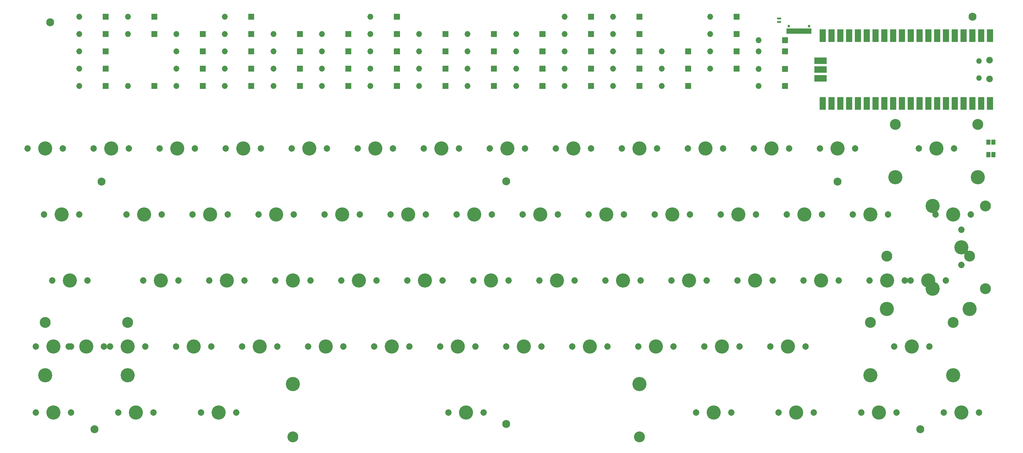
<source format=gts>
G04 #@! TF.GenerationSoftware,KiCad,Pcbnew,(5.1.9)-1*
G04 #@! TF.CreationDate,2021-05-27T06:29:17+01:00*
G04 #@! TF.ProjectId,Env-KB60F,456e762d-4b42-4363-9046-2e6b69636164,rev?*
G04 #@! TF.SameCoordinates,Original*
G04 #@! TF.FileFunction,Soldermask,Top*
G04 #@! TF.FilePolarity,Negative*
%FSLAX46Y46*%
G04 Gerber Fmt 4.6, Leading zero omitted, Abs format (unit mm)*
G04 Created by KiCad (PCBNEW (5.1.9)-1) date 2021-05-27 06:29:17*
%MOMM*%
%LPD*%
G01*
G04 APERTURE LIST*
%ADD10C,2.302000*%
%ADD11O,1.802000X1.802000*%
%ADD12O,1.602000X1.602000*%
%ADD13O,1.902000X1.902000*%
%ADD14C,0.752000*%
%ADD15O,1.702000X1.702000*%
%ADD16C,4.089800*%
%ADD17C,1.852000*%
%ADD18C,3.150000*%
%ADD19C,0.100000*%
G04 APERTURE END LIST*
D10*
X353050000Y-36500000D03*
D11*
X310100000Y-54290000D03*
G36*
G01*
X307399000Y-55140000D02*
X307399000Y-53440000D01*
G75*
G02*
X307450000Y-53389000I51000J0D01*
G01*
X310950000Y-53389000D01*
G75*
G02*
X311001000Y-53440000I0J-51000D01*
G01*
X311001000Y-55140000D01*
G75*
G02*
X310950000Y-55191000I-51000J0D01*
G01*
X307450000Y-55191000D01*
G75*
G02*
X307399000Y-55140000I0J51000D01*
G01*
G37*
G36*
G01*
X309250000Y-50849000D02*
X310950000Y-50849000D01*
G75*
G02*
X311001000Y-50900000I0J-51000D01*
G01*
X311001000Y-52600000D01*
G75*
G02*
X310950000Y-52651000I-51000J0D01*
G01*
X309250000Y-52651000D01*
G75*
G02*
X309199000Y-52600000I0J51000D01*
G01*
X309199000Y-50900000D01*
G75*
G02*
X309250000Y-50849000I51000J0D01*
G01*
G37*
G36*
G01*
X307399000Y-52600000D02*
X307399000Y-50900000D01*
G75*
G02*
X307450000Y-50849000I51000J0D01*
G01*
X310950000Y-50849000D01*
G75*
G02*
X311001000Y-50900000I0J-51000D01*
G01*
X311001000Y-52600000D01*
G75*
G02*
X310950000Y-52651000I-51000J0D01*
G01*
X307450000Y-52651000D01*
G75*
G02*
X307399000Y-52600000I0J51000D01*
G01*
G37*
X310100000Y-49210000D03*
G36*
G01*
X307399000Y-50060000D02*
X307399000Y-48360000D01*
G75*
G02*
X307450000Y-48309000I51000J0D01*
G01*
X310950000Y-48309000D01*
G75*
G02*
X311001000Y-48360000I0J-51000D01*
G01*
X311001000Y-50060000D01*
G75*
G02*
X310950000Y-50111000I-51000J0D01*
G01*
X307450000Y-50111000D01*
G75*
G02*
X307399000Y-50060000I0J51000D01*
G01*
G37*
D12*
X354970000Y-54175000D03*
X354970000Y-49325000D03*
D13*
X358000000Y-54475000D03*
X358000000Y-49025000D03*
G36*
G01*
X309020000Y-59739000D02*
X310720000Y-59739000D01*
G75*
G02*
X310771000Y-59790000I0J-51000D01*
G01*
X310771000Y-63290000D01*
G75*
G02*
X310720000Y-63341000I-51000J0D01*
G01*
X309020000Y-63341000D01*
G75*
G02*
X308969000Y-63290000I0J51000D01*
G01*
X308969000Y-59790000D01*
G75*
G02*
X309020000Y-59739000I51000J0D01*
G01*
G37*
G36*
G01*
X311560000Y-59739000D02*
X313260000Y-59739000D01*
G75*
G02*
X313311000Y-59790000I0J-51000D01*
G01*
X313311000Y-63290000D01*
G75*
G02*
X313260000Y-63341000I-51000J0D01*
G01*
X311560000Y-63341000D01*
G75*
G02*
X311509000Y-63290000I0J51000D01*
G01*
X311509000Y-59790000D01*
G75*
G02*
X311560000Y-59739000I51000J0D01*
G01*
G37*
G36*
G01*
X314100000Y-59739000D02*
X315800000Y-59739000D01*
G75*
G02*
X315851000Y-59790000I0J-51000D01*
G01*
X315851000Y-63290000D01*
G75*
G02*
X315800000Y-63341000I-51000J0D01*
G01*
X314100000Y-63341000D01*
G75*
G02*
X314049000Y-63290000I0J51000D01*
G01*
X314049000Y-59790000D01*
G75*
G02*
X314100000Y-59739000I51000J0D01*
G01*
G37*
G36*
G01*
X316640000Y-59739000D02*
X318340000Y-59739000D01*
G75*
G02*
X318391000Y-59790000I0J-51000D01*
G01*
X318391000Y-63290000D01*
G75*
G02*
X318340000Y-63341000I-51000J0D01*
G01*
X316640000Y-63341000D01*
G75*
G02*
X316589000Y-63290000I0J51000D01*
G01*
X316589000Y-59790000D01*
G75*
G02*
X316640000Y-59739000I51000J0D01*
G01*
G37*
G36*
G01*
X319180000Y-59739000D02*
X320880000Y-59739000D01*
G75*
G02*
X320931000Y-59790000I0J-51000D01*
G01*
X320931000Y-63290000D01*
G75*
G02*
X320880000Y-63341000I-51000J0D01*
G01*
X319180000Y-63341000D01*
G75*
G02*
X319129000Y-63290000I0J51000D01*
G01*
X319129000Y-59790000D01*
G75*
G02*
X319180000Y-59739000I51000J0D01*
G01*
G37*
G36*
G01*
X321720000Y-59739000D02*
X323420000Y-59739000D01*
G75*
G02*
X323471000Y-59790000I0J-51000D01*
G01*
X323471000Y-63290000D01*
G75*
G02*
X323420000Y-63341000I-51000J0D01*
G01*
X321720000Y-63341000D01*
G75*
G02*
X321669000Y-63290000I0J51000D01*
G01*
X321669000Y-59790000D01*
G75*
G02*
X321720000Y-59739000I51000J0D01*
G01*
G37*
G36*
G01*
X324260000Y-59739000D02*
X325960000Y-59739000D01*
G75*
G02*
X326011000Y-59790000I0J-51000D01*
G01*
X326011000Y-63290000D01*
G75*
G02*
X325960000Y-63341000I-51000J0D01*
G01*
X324260000Y-63341000D01*
G75*
G02*
X324209000Y-63290000I0J51000D01*
G01*
X324209000Y-59790000D01*
G75*
G02*
X324260000Y-59739000I51000J0D01*
G01*
G37*
G36*
G01*
X326800000Y-59739000D02*
X328500000Y-59739000D01*
G75*
G02*
X328551000Y-59790000I0J-51000D01*
G01*
X328551000Y-63290000D01*
G75*
G02*
X328500000Y-63341000I-51000J0D01*
G01*
X326800000Y-63341000D01*
G75*
G02*
X326749000Y-63290000I0J51000D01*
G01*
X326749000Y-59790000D01*
G75*
G02*
X326800000Y-59739000I51000J0D01*
G01*
G37*
G36*
G01*
X329340000Y-59739000D02*
X331040000Y-59739000D01*
G75*
G02*
X331091000Y-59790000I0J-51000D01*
G01*
X331091000Y-63290000D01*
G75*
G02*
X331040000Y-63341000I-51000J0D01*
G01*
X329340000Y-63341000D01*
G75*
G02*
X329289000Y-63290000I0J51000D01*
G01*
X329289000Y-59790000D01*
G75*
G02*
X329340000Y-59739000I51000J0D01*
G01*
G37*
G36*
G01*
X331880000Y-59739000D02*
X333580000Y-59739000D01*
G75*
G02*
X333631000Y-59790000I0J-51000D01*
G01*
X333631000Y-63290000D01*
G75*
G02*
X333580000Y-63341000I-51000J0D01*
G01*
X331880000Y-63341000D01*
G75*
G02*
X331829000Y-63290000I0J51000D01*
G01*
X331829000Y-59790000D01*
G75*
G02*
X331880000Y-59739000I51000J0D01*
G01*
G37*
G36*
G01*
X334420000Y-59739000D02*
X336120000Y-59739000D01*
G75*
G02*
X336171000Y-59790000I0J-51000D01*
G01*
X336171000Y-63290000D01*
G75*
G02*
X336120000Y-63341000I-51000J0D01*
G01*
X334420000Y-63341000D01*
G75*
G02*
X334369000Y-63290000I0J51000D01*
G01*
X334369000Y-59790000D01*
G75*
G02*
X334420000Y-59739000I51000J0D01*
G01*
G37*
G36*
G01*
X336960000Y-59739000D02*
X338660000Y-59739000D01*
G75*
G02*
X338711000Y-59790000I0J-51000D01*
G01*
X338711000Y-63290000D01*
G75*
G02*
X338660000Y-63341000I-51000J0D01*
G01*
X336960000Y-63341000D01*
G75*
G02*
X336909000Y-63290000I0J51000D01*
G01*
X336909000Y-59790000D01*
G75*
G02*
X336960000Y-59739000I51000J0D01*
G01*
G37*
G36*
G01*
X339500000Y-59739000D02*
X341200000Y-59739000D01*
G75*
G02*
X341251000Y-59790000I0J-51000D01*
G01*
X341251000Y-63290000D01*
G75*
G02*
X341200000Y-63341000I-51000J0D01*
G01*
X339500000Y-63341000D01*
G75*
G02*
X339449000Y-63290000I0J51000D01*
G01*
X339449000Y-59790000D01*
G75*
G02*
X339500000Y-59739000I51000J0D01*
G01*
G37*
G36*
G01*
X342040000Y-59739000D02*
X343740000Y-59739000D01*
G75*
G02*
X343791000Y-59790000I0J-51000D01*
G01*
X343791000Y-63290000D01*
G75*
G02*
X343740000Y-63341000I-51000J0D01*
G01*
X342040000Y-63341000D01*
G75*
G02*
X341989000Y-63290000I0J51000D01*
G01*
X341989000Y-59790000D01*
G75*
G02*
X342040000Y-59739000I51000J0D01*
G01*
G37*
G36*
G01*
X344580000Y-59739000D02*
X346280000Y-59739000D01*
G75*
G02*
X346331000Y-59790000I0J-51000D01*
G01*
X346331000Y-63290000D01*
G75*
G02*
X346280000Y-63341000I-51000J0D01*
G01*
X344580000Y-63341000D01*
G75*
G02*
X344529000Y-63290000I0J51000D01*
G01*
X344529000Y-59790000D01*
G75*
G02*
X344580000Y-59739000I51000J0D01*
G01*
G37*
G36*
G01*
X347120000Y-59739000D02*
X348820000Y-59739000D01*
G75*
G02*
X348871000Y-59790000I0J-51000D01*
G01*
X348871000Y-63290000D01*
G75*
G02*
X348820000Y-63341000I-51000J0D01*
G01*
X347120000Y-63341000D01*
G75*
G02*
X347069000Y-63290000I0J51000D01*
G01*
X347069000Y-59790000D01*
G75*
G02*
X347120000Y-59739000I51000J0D01*
G01*
G37*
G36*
G01*
X349660000Y-59739000D02*
X351360000Y-59739000D01*
G75*
G02*
X351411000Y-59790000I0J-51000D01*
G01*
X351411000Y-63290000D01*
G75*
G02*
X351360000Y-63341000I-51000J0D01*
G01*
X349660000Y-63341000D01*
G75*
G02*
X349609000Y-63290000I0J51000D01*
G01*
X349609000Y-59790000D01*
G75*
G02*
X349660000Y-59739000I51000J0D01*
G01*
G37*
G36*
G01*
X352200000Y-59739000D02*
X353900000Y-59739000D01*
G75*
G02*
X353951000Y-59790000I0J-51000D01*
G01*
X353951000Y-63290000D01*
G75*
G02*
X353900000Y-63341000I-51000J0D01*
G01*
X352200000Y-63341000D01*
G75*
G02*
X352149000Y-63290000I0J51000D01*
G01*
X352149000Y-59790000D01*
G75*
G02*
X352200000Y-59739000I51000J0D01*
G01*
G37*
G36*
G01*
X354740000Y-59739000D02*
X356440000Y-59739000D01*
G75*
G02*
X356491000Y-59790000I0J-51000D01*
G01*
X356491000Y-63290000D01*
G75*
G02*
X356440000Y-63341000I-51000J0D01*
G01*
X354740000Y-63341000D01*
G75*
G02*
X354689000Y-63290000I0J51000D01*
G01*
X354689000Y-59790000D01*
G75*
G02*
X354740000Y-59739000I51000J0D01*
G01*
G37*
G36*
G01*
X357280000Y-59739000D02*
X358980000Y-59739000D01*
G75*
G02*
X359031000Y-59790000I0J-51000D01*
G01*
X359031000Y-63290000D01*
G75*
G02*
X358980000Y-63341000I-51000J0D01*
G01*
X357280000Y-63341000D01*
G75*
G02*
X357229000Y-63290000I0J51000D01*
G01*
X357229000Y-59790000D01*
G75*
G02*
X357280000Y-59739000I51000J0D01*
G01*
G37*
G36*
G01*
X309020000Y-40159000D02*
X310720000Y-40159000D01*
G75*
G02*
X310771000Y-40210000I0J-51000D01*
G01*
X310771000Y-43710000D01*
G75*
G02*
X310720000Y-43761000I-51000J0D01*
G01*
X309020000Y-43761000D01*
G75*
G02*
X308969000Y-43710000I0J51000D01*
G01*
X308969000Y-40210000D01*
G75*
G02*
X309020000Y-40159000I51000J0D01*
G01*
G37*
G36*
G01*
X311560000Y-40159000D02*
X313260000Y-40159000D01*
G75*
G02*
X313311000Y-40210000I0J-51000D01*
G01*
X313311000Y-43710000D01*
G75*
G02*
X313260000Y-43761000I-51000J0D01*
G01*
X311560000Y-43761000D01*
G75*
G02*
X311509000Y-43710000I0J51000D01*
G01*
X311509000Y-40210000D01*
G75*
G02*
X311560000Y-40159000I51000J0D01*
G01*
G37*
G36*
G01*
X314100000Y-40159000D02*
X315800000Y-40159000D01*
G75*
G02*
X315851000Y-40210000I0J-51000D01*
G01*
X315851000Y-43710000D01*
G75*
G02*
X315800000Y-43761000I-51000J0D01*
G01*
X314100000Y-43761000D01*
G75*
G02*
X314049000Y-43710000I0J51000D01*
G01*
X314049000Y-40210000D01*
G75*
G02*
X314100000Y-40159000I51000J0D01*
G01*
G37*
G36*
G01*
X316640000Y-40159000D02*
X318340000Y-40159000D01*
G75*
G02*
X318391000Y-40210000I0J-51000D01*
G01*
X318391000Y-43710000D01*
G75*
G02*
X318340000Y-43761000I-51000J0D01*
G01*
X316640000Y-43761000D01*
G75*
G02*
X316589000Y-43710000I0J51000D01*
G01*
X316589000Y-40210000D01*
G75*
G02*
X316640000Y-40159000I51000J0D01*
G01*
G37*
G36*
G01*
X319180000Y-40159000D02*
X320880000Y-40159000D01*
G75*
G02*
X320931000Y-40210000I0J-51000D01*
G01*
X320931000Y-43710000D01*
G75*
G02*
X320880000Y-43761000I-51000J0D01*
G01*
X319180000Y-43761000D01*
G75*
G02*
X319129000Y-43710000I0J51000D01*
G01*
X319129000Y-40210000D01*
G75*
G02*
X319180000Y-40159000I51000J0D01*
G01*
G37*
G36*
G01*
X321720000Y-40159000D02*
X323420000Y-40159000D01*
G75*
G02*
X323471000Y-40210000I0J-51000D01*
G01*
X323471000Y-43710000D01*
G75*
G02*
X323420000Y-43761000I-51000J0D01*
G01*
X321720000Y-43761000D01*
G75*
G02*
X321669000Y-43710000I0J51000D01*
G01*
X321669000Y-40210000D01*
G75*
G02*
X321720000Y-40159000I51000J0D01*
G01*
G37*
G36*
G01*
X324260000Y-40159000D02*
X325960000Y-40159000D01*
G75*
G02*
X326011000Y-40210000I0J-51000D01*
G01*
X326011000Y-43710000D01*
G75*
G02*
X325960000Y-43761000I-51000J0D01*
G01*
X324260000Y-43761000D01*
G75*
G02*
X324209000Y-43710000I0J51000D01*
G01*
X324209000Y-40210000D01*
G75*
G02*
X324260000Y-40159000I51000J0D01*
G01*
G37*
G36*
G01*
X326800000Y-40159000D02*
X328500000Y-40159000D01*
G75*
G02*
X328551000Y-40210000I0J-51000D01*
G01*
X328551000Y-43710000D01*
G75*
G02*
X328500000Y-43761000I-51000J0D01*
G01*
X326800000Y-43761000D01*
G75*
G02*
X326749000Y-43710000I0J51000D01*
G01*
X326749000Y-40210000D01*
G75*
G02*
X326800000Y-40159000I51000J0D01*
G01*
G37*
G36*
G01*
X329340000Y-40159000D02*
X331040000Y-40159000D01*
G75*
G02*
X331091000Y-40210000I0J-51000D01*
G01*
X331091000Y-43710000D01*
G75*
G02*
X331040000Y-43761000I-51000J0D01*
G01*
X329340000Y-43761000D01*
G75*
G02*
X329289000Y-43710000I0J51000D01*
G01*
X329289000Y-40210000D01*
G75*
G02*
X329340000Y-40159000I51000J0D01*
G01*
G37*
G36*
G01*
X331880000Y-40159000D02*
X333580000Y-40159000D01*
G75*
G02*
X333631000Y-40210000I0J-51000D01*
G01*
X333631000Y-43710000D01*
G75*
G02*
X333580000Y-43761000I-51000J0D01*
G01*
X331880000Y-43761000D01*
G75*
G02*
X331829000Y-43710000I0J51000D01*
G01*
X331829000Y-40210000D01*
G75*
G02*
X331880000Y-40159000I51000J0D01*
G01*
G37*
G36*
G01*
X334420000Y-40159000D02*
X336120000Y-40159000D01*
G75*
G02*
X336171000Y-40210000I0J-51000D01*
G01*
X336171000Y-43710000D01*
G75*
G02*
X336120000Y-43761000I-51000J0D01*
G01*
X334420000Y-43761000D01*
G75*
G02*
X334369000Y-43710000I0J51000D01*
G01*
X334369000Y-40210000D01*
G75*
G02*
X334420000Y-40159000I51000J0D01*
G01*
G37*
G36*
G01*
X336960000Y-40159000D02*
X338660000Y-40159000D01*
G75*
G02*
X338711000Y-40210000I0J-51000D01*
G01*
X338711000Y-43710000D01*
G75*
G02*
X338660000Y-43761000I-51000J0D01*
G01*
X336960000Y-43761000D01*
G75*
G02*
X336909000Y-43710000I0J51000D01*
G01*
X336909000Y-40210000D01*
G75*
G02*
X336960000Y-40159000I51000J0D01*
G01*
G37*
G36*
G01*
X339500000Y-40159000D02*
X341200000Y-40159000D01*
G75*
G02*
X341251000Y-40210000I0J-51000D01*
G01*
X341251000Y-43710000D01*
G75*
G02*
X341200000Y-43761000I-51000J0D01*
G01*
X339500000Y-43761000D01*
G75*
G02*
X339449000Y-43710000I0J51000D01*
G01*
X339449000Y-40210000D01*
G75*
G02*
X339500000Y-40159000I51000J0D01*
G01*
G37*
G36*
G01*
X342040000Y-40159000D02*
X343740000Y-40159000D01*
G75*
G02*
X343791000Y-40210000I0J-51000D01*
G01*
X343791000Y-43710000D01*
G75*
G02*
X343740000Y-43761000I-51000J0D01*
G01*
X342040000Y-43761000D01*
G75*
G02*
X341989000Y-43710000I0J51000D01*
G01*
X341989000Y-40210000D01*
G75*
G02*
X342040000Y-40159000I51000J0D01*
G01*
G37*
G36*
G01*
X344580000Y-40159000D02*
X346280000Y-40159000D01*
G75*
G02*
X346331000Y-40210000I0J-51000D01*
G01*
X346331000Y-43710000D01*
G75*
G02*
X346280000Y-43761000I-51000J0D01*
G01*
X344580000Y-43761000D01*
G75*
G02*
X344529000Y-43710000I0J51000D01*
G01*
X344529000Y-40210000D01*
G75*
G02*
X344580000Y-40159000I51000J0D01*
G01*
G37*
G36*
G01*
X347120000Y-40159000D02*
X348820000Y-40159000D01*
G75*
G02*
X348871000Y-40210000I0J-51000D01*
G01*
X348871000Y-43710000D01*
G75*
G02*
X348820000Y-43761000I-51000J0D01*
G01*
X347120000Y-43761000D01*
G75*
G02*
X347069000Y-43710000I0J51000D01*
G01*
X347069000Y-40210000D01*
G75*
G02*
X347120000Y-40159000I51000J0D01*
G01*
G37*
G36*
G01*
X349660000Y-40159000D02*
X351360000Y-40159000D01*
G75*
G02*
X351411000Y-40210000I0J-51000D01*
G01*
X351411000Y-43710000D01*
G75*
G02*
X351360000Y-43761000I-51000J0D01*
G01*
X349660000Y-43761000D01*
G75*
G02*
X349609000Y-43710000I0J51000D01*
G01*
X349609000Y-40210000D01*
G75*
G02*
X349660000Y-40159000I51000J0D01*
G01*
G37*
G36*
G01*
X352200000Y-40159000D02*
X353900000Y-40159000D01*
G75*
G02*
X353951000Y-40210000I0J-51000D01*
G01*
X353951000Y-43710000D01*
G75*
G02*
X353900000Y-43761000I-51000J0D01*
G01*
X352200000Y-43761000D01*
G75*
G02*
X352149000Y-43710000I0J51000D01*
G01*
X352149000Y-40210000D01*
G75*
G02*
X352200000Y-40159000I51000J0D01*
G01*
G37*
G36*
G01*
X354740000Y-40159000D02*
X356440000Y-40159000D01*
G75*
G02*
X356491000Y-40210000I0J-51000D01*
G01*
X356491000Y-43710000D01*
G75*
G02*
X356440000Y-43761000I-51000J0D01*
G01*
X354740000Y-43761000D01*
G75*
G02*
X354689000Y-43710000I0J51000D01*
G01*
X354689000Y-40210000D01*
G75*
G02*
X354740000Y-40159000I51000J0D01*
G01*
G37*
G36*
G01*
X357280000Y-40159000D02*
X358980000Y-40159000D01*
G75*
G02*
X359031000Y-40210000I0J-51000D01*
G01*
X359031000Y-43710000D01*
G75*
G02*
X358980000Y-43761000I-51000J0D01*
G01*
X357280000Y-43761000D01*
G75*
G02*
X357229000Y-43710000I0J51000D01*
G01*
X357229000Y-40210000D01*
G75*
G02*
X357280000Y-40159000I51000J0D01*
G01*
G37*
D11*
X358130000Y-60640000D03*
X355590000Y-60640000D03*
G36*
G01*
X352200000Y-59739000D02*
X353900000Y-59739000D01*
G75*
G02*
X353951000Y-59790000I0J-51000D01*
G01*
X353951000Y-61490000D01*
G75*
G02*
X353900000Y-61541000I-51000J0D01*
G01*
X352200000Y-61541000D01*
G75*
G02*
X352149000Y-61490000I0J51000D01*
G01*
X352149000Y-59790000D01*
G75*
G02*
X352200000Y-59739000I51000J0D01*
G01*
G37*
X350510000Y-60640000D03*
X347970000Y-60640000D03*
X345430000Y-60640000D03*
X342890000Y-60640000D03*
G36*
G01*
X339500000Y-59739000D02*
X341200000Y-59739000D01*
G75*
G02*
X341251000Y-59790000I0J-51000D01*
G01*
X341251000Y-61490000D01*
G75*
G02*
X341200000Y-61541000I-51000J0D01*
G01*
X339500000Y-61541000D01*
G75*
G02*
X339449000Y-61490000I0J51000D01*
G01*
X339449000Y-59790000D01*
G75*
G02*
X339500000Y-59739000I51000J0D01*
G01*
G37*
X337810000Y-60640000D03*
X335270000Y-60640000D03*
X332730000Y-60640000D03*
X330190000Y-60640000D03*
G36*
G01*
X326800000Y-59739000D02*
X328500000Y-59739000D01*
G75*
G02*
X328551000Y-59790000I0J-51000D01*
G01*
X328551000Y-61490000D01*
G75*
G02*
X328500000Y-61541000I-51000J0D01*
G01*
X326800000Y-61541000D01*
G75*
G02*
X326749000Y-61490000I0J51000D01*
G01*
X326749000Y-59790000D01*
G75*
G02*
X326800000Y-59739000I51000J0D01*
G01*
G37*
X325110000Y-60640000D03*
X322570000Y-60640000D03*
X320030000Y-60640000D03*
X317490000Y-60640000D03*
G36*
G01*
X314100000Y-59739000D02*
X315800000Y-59739000D01*
G75*
G02*
X315851000Y-59790000I0J-51000D01*
G01*
X315851000Y-61490000D01*
G75*
G02*
X315800000Y-61541000I-51000J0D01*
G01*
X314100000Y-61541000D01*
G75*
G02*
X314049000Y-61490000I0J51000D01*
G01*
X314049000Y-59790000D01*
G75*
G02*
X314100000Y-59739000I51000J0D01*
G01*
G37*
X312410000Y-60640000D03*
X309870000Y-60640000D03*
X309870000Y-42860000D03*
X312410000Y-42860000D03*
G36*
G01*
X314100000Y-41959000D02*
X315800000Y-41959000D01*
G75*
G02*
X315851000Y-42010000I0J-51000D01*
G01*
X315851000Y-43710000D01*
G75*
G02*
X315800000Y-43761000I-51000J0D01*
G01*
X314100000Y-43761000D01*
G75*
G02*
X314049000Y-43710000I0J51000D01*
G01*
X314049000Y-42010000D01*
G75*
G02*
X314100000Y-41959000I51000J0D01*
G01*
G37*
X317490000Y-42860000D03*
X320030000Y-42860000D03*
X322570000Y-42860000D03*
X325110000Y-42860000D03*
G36*
G01*
X326800000Y-41959000D02*
X328500000Y-41959000D01*
G75*
G02*
X328551000Y-42010000I0J-51000D01*
G01*
X328551000Y-43710000D01*
G75*
G02*
X328500000Y-43761000I-51000J0D01*
G01*
X326800000Y-43761000D01*
G75*
G02*
X326749000Y-43710000I0J51000D01*
G01*
X326749000Y-42010000D01*
G75*
G02*
X326800000Y-41959000I51000J0D01*
G01*
G37*
X330190000Y-42860000D03*
X332730000Y-42860000D03*
X335270000Y-42860000D03*
X337810000Y-42860000D03*
G36*
G01*
X339500000Y-41959000D02*
X341200000Y-41959000D01*
G75*
G02*
X341251000Y-42010000I0J-51000D01*
G01*
X341251000Y-43710000D01*
G75*
G02*
X341200000Y-43761000I-51000J0D01*
G01*
X339500000Y-43761000D01*
G75*
G02*
X339449000Y-43710000I0J51000D01*
G01*
X339449000Y-42010000D01*
G75*
G02*
X339500000Y-41959000I51000J0D01*
G01*
G37*
X342890000Y-42860000D03*
X345430000Y-42860000D03*
X347970000Y-42860000D03*
X350510000Y-42860000D03*
G36*
G01*
X352200000Y-41959000D02*
X353900000Y-41959000D01*
G75*
G02*
X353951000Y-42010000I0J-51000D01*
G01*
X353951000Y-43710000D01*
G75*
G02*
X353900000Y-43761000I-51000J0D01*
G01*
X352200000Y-43761000D01*
G75*
G02*
X352149000Y-43710000I0J51000D01*
G01*
X352149000Y-42010000D01*
G75*
G02*
X352200000Y-41959000I51000J0D01*
G01*
G37*
X355590000Y-42860000D03*
X358130000Y-42860000D03*
G36*
G01*
X297211000Y-36874500D02*
X297211000Y-37125500D01*
G75*
G02*
X297085500Y-37251000I-125500J0D01*
G01*
X296774500Y-37251000D01*
G75*
G02*
X296649000Y-37125500I0J125500D01*
G01*
X296649000Y-36874500D01*
G75*
G02*
X296774500Y-36749000I125500J0D01*
G01*
X297085500Y-36749000D01*
G75*
G02*
X297211000Y-36874500I0J-125500D01*
G01*
G37*
G36*
G01*
X297851000Y-36874500D02*
X297851000Y-37125500D01*
G75*
G02*
X297725500Y-37251000I-125500J0D01*
G01*
X297414500Y-37251000D01*
G75*
G02*
X297289000Y-37125500I0J125500D01*
G01*
X297289000Y-36874500D01*
G75*
G02*
X297414500Y-36749000I125500J0D01*
G01*
X297725500Y-36749000D01*
G75*
G02*
X297851000Y-36874500I0J-125500D01*
G01*
G37*
G36*
G01*
X297289000Y-38125500D02*
X297289000Y-37874500D01*
G75*
G02*
X297414500Y-37749000I125500J0D01*
G01*
X297725500Y-37749000D01*
G75*
G02*
X297851000Y-37874500I0J-125500D01*
G01*
X297851000Y-38125500D01*
G75*
G02*
X297725500Y-38251000I-125500J0D01*
G01*
X297414500Y-38251000D01*
G75*
G02*
X297289000Y-38125500I0J125500D01*
G01*
G37*
G36*
G01*
X296649000Y-38125500D02*
X296649000Y-37874500D01*
G75*
G02*
X296774500Y-37749000I125500J0D01*
G01*
X297085500Y-37749000D01*
G75*
G02*
X297211000Y-37874500I0J-125500D01*
G01*
X297211000Y-38125500D01*
G75*
G02*
X297085500Y-38251000I-125500J0D01*
G01*
X296774500Y-38251000D01*
G75*
G02*
X296649000Y-38125500I0J125500D01*
G01*
G37*
G36*
G01*
X300121001Y-39925001D02*
X300121001Y-41375001D01*
G75*
G02*
X300070001Y-41426001I-51000J0D01*
G01*
X299470001Y-41426001D01*
G75*
G02*
X299419001Y-41375001I0J51000D01*
G01*
X299419001Y-39925001D01*
G75*
G02*
X299470001Y-39874001I51000J0D01*
G01*
X300070001Y-39874001D01*
G75*
G02*
X300121001Y-39925001I0J-51000D01*
G01*
G37*
G36*
G01*
X306571001Y-39925001D02*
X306571001Y-41375001D01*
G75*
G02*
X306520001Y-41426001I-51000J0D01*
G01*
X305920001Y-41426001D01*
G75*
G02*
X305869001Y-41375001I0J51000D01*
G01*
X305869001Y-39925001D01*
G75*
G02*
X305920001Y-39874001I51000J0D01*
G01*
X306520001Y-39874001D01*
G75*
G02*
X306571001Y-39925001I0J-51000D01*
G01*
G37*
G36*
G01*
X300896001Y-39925001D02*
X300896001Y-41375001D01*
G75*
G02*
X300845001Y-41426001I-51000J0D01*
G01*
X300245001Y-41426001D01*
G75*
G02*
X300194001Y-41375001I0J51000D01*
G01*
X300194001Y-39925001D01*
G75*
G02*
X300245001Y-39874001I51000J0D01*
G01*
X300845001Y-39874001D01*
G75*
G02*
X300896001Y-39925001I0J-51000D01*
G01*
G37*
G36*
G01*
X305796001Y-39925001D02*
X305796001Y-41375001D01*
G75*
G02*
X305745001Y-41426001I-51000J0D01*
G01*
X305145001Y-41426001D01*
G75*
G02*
X305094001Y-41375001I0J51000D01*
G01*
X305094001Y-39925001D01*
G75*
G02*
X305145001Y-39874001I51000J0D01*
G01*
X305745001Y-39874001D01*
G75*
G02*
X305796001Y-39925001I0J-51000D01*
G01*
G37*
G36*
G01*
X304946001Y-39925001D02*
X304946001Y-41375001D01*
G75*
G02*
X304895001Y-41426001I-51000J0D01*
G01*
X304595001Y-41426001D01*
G75*
G02*
X304544001Y-41375001I0J51000D01*
G01*
X304544001Y-39925001D01*
G75*
G02*
X304595001Y-39874001I51000J0D01*
G01*
X304895001Y-39874001D01*
G75*
G02*
X304946001Y-39925001I0J-51000D01*
G01*
G37*
G36*
G01*
X301446001Y-39925001D02*
X301446001Y-41375001D01*
G75*
G02*
X301395001Y-41426001I-51000J0D01*
G01*
X301095001Y-41426001D01*
G75*
G02*
X301044001Y-41375001I0J51000D01*
G01*
X301044001Y-39925001D01*
G75*
G02*
X301095001Y-39874001I51000J0D01*
G01*
X301395001Y-39874001D01*
G75*
G02*
X301446001Y-39925001I0J-51000D01*
G01*
G37*
G36*
G01*
X304446001Y-39925001D02*
X304446001Y-41375001D01*
G75*
G02*
X304395001Y-41426001I-51000J0D01*
G01*
X304095001Y-41426001D01*
G75*
G02*
X304044001Y-41375001I0J51000D01*
G01*
X304044001Y-39925001D01*
G75*
G02*
X304095001Y-39874001I51000J0D01*
G01*
X304395001Y-39874001D01*
G75*
G02*
X304446001Y-39925001I0J-51000D01*
G01*
G37*
G36*
G01*
X301946001Y-39925001D02*
X301946001Y-41375001D01*
G75*
G02*
X301895001Y-41426001I-51000J0D01*
G01*
X301595001Y-41426001D01*
G75*
G02*
X301544001Y-41375001I0J51000D01*
G01*
X301544001Y-39925001D01*
G75*
G02*
X301595001Y-39874001I51000J0D01*
G01*
X301895001Y-39874001D01*
G75*
G02*
X301946001Y-39925001I0J-51000D01*
G01*
G37*
G36*
G01*
X303946001Y-39925001D02*
X303946001Y-41375001D01*
G75*
G02*
X303895001Y-41426001I-51000J0D01*
G01*
X303595001Y-41426001D01*
G75*
G02*
X303544001Y-41375001I0J51000D01*
G01*
X303544001Y-39925001D01*
G75*
G02*
X303595001Y-39874001I51000J0D01*
G01*
X303895001Y-39874001D01*
G75*
G02*
X303946001Y-39925001I0J-51000D01*
G01*
G37*
G36*
G01*
X302446001Y-39925001D02*
X302446001Y-41375001D01*
G75*
G02*
X302395001Y-41426001I-51000J0D01*
G01*
X302095001Y-41426001D01*
G75*
G02*
X302044001Y-41375001I0J51000D01*
G01*
X302044001Y-39925001D01*
G75*
G02*
X302095001Y-39874001I51000J0D01*
G01*
X302395001Y-39874001D01*
G75*
G02*
X302446001Y-39925001I0J-51000D01*
G01*
G37*
G36*
G01*
X302946001Y-39925001D02*
X302946001Y-41375001D01*
G75*
G02*
X302895001Y-41426001I-51000J0D01*
G01*
X302595001Y-41426001D01*
G75*
G02*
X302544001Y-41375001I0J51000D01*
G01*
X302544001Y-39925001D01*
G75*
G02*
X302595001Y-39874001I51000J0D01*
G01*
X302895001Y-39874001D01*
G75*
G02*
X302946001Y-39925001I0J-51000D01*
G01*
G37*
G36*
G01*
X303446001Y-39925001D02*
X303446001Y-41375001D01*
G75*
G02*
X303395001Y-41426001I-51000J0D01*
G01*
X303095001Y-41426001D01*
G75*
G02*
X303044001Y-41375001I0J51000D01*
G01*
X303044001Y-39925001D01*
G75*
G02*
X303095001Y-39874001I51000J0D01*
G01*
X303395001Y-39874001D01*
G75*
G02*
X303446001Y-39925001I0J-51000D01*
G01*
G37*
D14*
X300105001Y-39205001D03*
X305885001Y-39205001D03*
D15*
X95380000Y-56500000D03*
G36*
G01*
X103851000Y-55700000D02*
X103851000Y-57300000D01*
G75*
G02*
X103800000Y-57351000I-51000J0D01*
G01*
X102200000Y-57351000D01*
G75*
G02*
X102149000Y-57300000I0J51000D01*
G01*
X102149000Y-55700000D01*
G75*
G02*
X102200000Y-55649000I51000J0D01*
G01*
X103800000Y-55649000D01*
G75*
G02*
X103851000Y-55700000I0J-51000D01*
G01*
G37*
X109380000Y-56500000D03*
G36*
G01*
X117851000Y-55700000D02*
X117851000Y-57300000D01*
G75*
G02*
X117800000Y-57351000I-51000J0D01*
G01*
X116200000Y-57351000D01*
G75*
G02*
X116149000Y-57300000I0J51000D01*
G01*
X116149000Y-55700000D01*
G75*
G02*
X116200000Y-55649000I51000J0D01*
G01*
X117800000Y-55649000D01*
G75*
G02*
X117851000Y-55700000I0J-51000D01*
G01*
G37*
X123380000Y-56500000D03*
G36*
G01*
X131851000Y-55700000D02*
X131851000Y-57300000D01*
G75*
G02*
X131800000Y-57351000I-51000J0D01*
G01*
X130200000Y-57351000D01*
G75*
G02*
X130149000Y-57300000I0J51000D01*
G01*
X130149000Y-55700000D01*
G75*
G02*
X130200000Y-55649000I51000J0D01*
G01*
X131800000Y-55649000D01*
G75*
G02*
X131851000Y-55700000I0J-51000D01*
G01*
G37*
X137380000Y-56500000D03*
G36*
G01*
X145851000Y-55700000D02*
X145851000Y-57300000D01*
G75*
G02*
X145800000Y-57351000I-51000J0D01*
G01*
X144200000Y-57351000D01*
G75*
G02*
X144149000Y-57300000I0J51000D01*
G01*
X144149000Y-55700000D01*
G75*
G02*
X144200000Y-55649000I51000J0D01*
G01*
X145800000Y-55649000D01*
G75*
G02*
X145851000Y-55700000I0J-51000D01*
G01*
G37*
X151380000Y-56500000D03*
G36*
G01*
X159851000Y-55700000D02*
X159851000Y-57300000D01*
G75*
G02*
X159800000Y-57351000I-51000J0D01*
G01*
X158200000Y-57351000D01*
G75*
G02*
X158149000Y-57300000I0J51000D01*
G01*
X158149000Y-55700000D01*
G75*
G02*
X158200000Y-55649000I51000J0D01*
G01*
X159800000Y-55649000D01*
G75*
G02*
X159851000Y-55700000I0J-51000D01*
G01*
G37*
X165380000Y-56500000D03*
G36*
G01*
X173851000Y-55700000D02*
X173851000Y-57300000D01*
G75*
G02*
X173800000Y-57351000I-51000J0D01*
G01*
X172200000Y-57351000D01*
G75*
G02*
X172149000Y-57300000I0J51000D01*
G01*
X172149000Y-55700000D01*
G75*
G02*
X172200000Y-55649000I51000J0D01*
G01*
X173800000Y-55649000D01*
G75*
G02*
X173851000Y-55700000I0J-51000D01*
G01*
G37*
X179380000Y-56500000D03*
G36*
G01*
X187851000Y-55700000D02*
X187851000Y-57300000D01*
G75*
G02*
X187800000Y-57351000I-51000J0D01*
G01*
X186200000Y-57351000D01*
G75*
G02*
X186149000Y-57300000I0J51000D01*
G01*
X186149000Y-55700000D01*
G75*
G02*
X186200000Y-55649000I51000J0D01*
G01*
X187800000Y-55649000D01*
G75*
G02*
X187851000Y-55700000I0J-51000D01*
G01*
G37*
X193380000Y-56500000D03*
G36*
G01*
X201851000Y-55700000D02*
X201851000Y-57300000D01*
G75*
G02*
X201800000Y-57351000I-51000J0D01*
G01*
X200200000Y-57351000D01*
G75*
G02*
X200149000Y-57300000I0J51000D01*
G01*
X200149000Y-55700000D01*
G75*
G02*
X200200000Y-55649000I51000J0D01*
G01*
X201800000Y-55649000D01*
G75*
G02*
X201851000Y-55700000I0J-51000D01*
G01*
G37*
X207380000Y-56500000D03*
G36*
G01*
X215851000Y-55700000D02*
X215851000Y-57300000D01*
G75*
G02*
X215800000Y-57351000I-51000J0D01*
G01*
X214200000Y-57351000D01*
G75*
G02*
X214149000Y-57300000I0J51000D01*
G01*
X214149000Y-55700000D01*
G75*
G02*
X214200000Y-55649000I51000J0D01*
G01*
X215800000Y-55649000D01*
G75*
G02*
X215851000Y-55700000I0J-51000D01*
G01*
G37*
G36*
G01*
X229851000Y-55700000D02*
X229851000Y-57300000D01*
G75*
G02*
X229800000Y-57351000I-51000J0D01*
G01*
X228200000Y-57351000D01*
G75*
G02*
X228149000Y-57300000I0J51000D01*
G01*
X228149000Y-55700000D01*
G75*
G02*
X228200000Y-55649000I51000J0D01*
G01*
X229800000Y-55649000D01*
G75*
G02*
X229851000Y-55700000I0J-51000D01*
G01*
G37*
X221380000Y-56500000D03*
X235380000Y-56500000D03*
G36*
G01*
X243851000Y-55700000D02*
X243851000Y-57300000D01*
G75*
G02*
X243800000Y-57351000I-51000J0D01*
G01*
X242200000Y-57351000D01*
G75*
G02*
X242149000Y-57300000I0J51000D01*
G01*
X242149000Y-55700000D01*
G75*
G02*
X242200000Y-55649000I51000J0D01*
G01*
X243800000Y-55649000D01*
G75*
G02*
X243851000Y-55700000I0J-51000D01*
G01*
G37*
X249380000Y-56500000D03*
G36*
G01*
X257851000Y-55700000D02*
X257851000Y-57300000D01*
G75*
G02*
X257800000Y-57351000I-51000J0D01*
G01*
X256200000Y-57351000D01*
G75*
G02*
X256149000Y-57300000I0J51000D01*
G01*
X256149000Y-55700000D01*
G75*
G02*
X256200000Y-55649000I51000J0D01*
G01*
X257800000Y-55649000D01*
G75*
G02*
X257851000Y-55700000I0J-51000D01*
G01*
G37*
X263380000Y-56500000D03*
G36*
G01*
X271851000Y-55700000D02*
X271851000Y-57300000D01*
G75*
G02*
X271800000Y-57351000I-51000J0D01*
G01*
X270200000Y-57351000D01*
G75*
G02*
X270149000Y-57300000I0J51000D01*
G01*
X270149000Y-55700000D01*
G75*
G02*
X270200000Y-55649000I51000J0D01*
G01*
X271800000Y-55649000D01*
G75*
G02*
X271851000Y-55700000I0J-51000D01*
G01*
G37*
X291380000Y-56500000D03*
G36*
G01*
X299851000Y-55700000D02*
X299851000Y-57300000D01*
G75*
G02*
X299800000Y-57351000I-51000J0D01*
G01*
X298200000Y-57351000D01*
G75*
G02*
X298149000Y-57300000I0J51000D01*
G01*
X298149000Y-55700000D01*
G75*
G02*
X298200000Y-55649000I51000J0D01*
G01*
X299800000Y-55649000D01*
G75*
G02*
X299851000Y-55700000I0J-51000D01*
G01*
G37*
X95380000Y-51500000D03*
G36*
G01*
X103851000Y-50700000D02*
X103851000Y-52300000D01*
G75*
G02*
X103800000Y-52351000I-51000J0D01*
G01*
X102200000Y-52351000D01*
G75*
G02*
X102149000Y-52300000I0J51000D01*
G01*
X102149000Y-50700000D01*
G75*
G02*
X102200000Y-50649000I51000J0D01*
G01*
X103800000Y-50649000D01*
G75*
G02*
X103851000Y-50700000I0J-51000D01*
G01*
G37*
X123380000Y-51500000D03*
G36*
G01*
X131851000Y-50700000D02*
X131851000Y-52300000D01*
G75*
G02*
X131800000Y-52351000I-51000J0D01*
G01*
X130200000Y-52351000D01*
G75*
G02*
X130149000Y-52300000I0J51000D01*
G01*
X130149000Y-50700000D01*
G75*
G02*
X130200000Y-50649000I51000J0D01*
G01*
X131800000Y-50649000D01*
G75*
G02*
X131851000Y-50700000I0J-51000D01*
G01*
G37*
X137380000Y-51500000D03*
G36*
G01*
X145851000Y-50700000D02*
X145851000Y-52300000D01*
G75*
G02*
X145800000Y-52351000I-51000J0D01*
G01*
X144200000Y-52351000D01*
G75*
G02*
X144149000Y-52300000I0J51000D01*
G01*
X144149000Y-50700000D01*
G75*
G02*
X144200000Y-50649000I51000J0D01*
G01*
X145800000Y-50649000D01*
G75*
G02*
X145851000Y-50700000I0J-51000D01*
G01*
G37*
X151380000Y-51500000D03*
G36*
G01*
X159851000Y-50700000D02*
X159851000Y-52300000D01*
G75*
G02*
X159800000Y-52351000I-51000J0D01*
G01*
X158200000Y-52351000D01*
G75*
G02*
X158149000Y-52300000I0J51000D01*
G01*
X158149000Y-50700000D01*
G75*
G02*
X158200000Y-50649000I51000J0D01*
G01*
X159800000Y-50649000D01*
G75*
G02*
X159851000Y-50700000I0J-51000D01*
G01*
G37*
X165380000Y-51500000D03*
G36*
G01*
X173851000Y-50700000D02*
X173851000Y-52300000D01*
G75*
G02*
X173800000Y-52351000I-51000J0D01*
G01*
X172200000Y-52351000D01*
G75*
G02*
X172149000Y-52300000I0J51000D01*
G01*
X172149000Y-50700000D01*
G75*
G02*
X172200000Y-50649000I51000J0D01*
G01*
X173800000Y-50649000D01*
G75*
G02*
X173851000Y-50700000I0J-51000D01*
G01*
G37*
X179380000Y-51500000D03*
G36*
G01*
X187851000Y-50700000D02*
X187851000Y-52300000D01*
G75*
G02*
X187800000Y-52351000I-51000J0D01*
G01*
X186200000Y-52351000D01*
G75*
G02*
X186149000Y-52300000I0J51000D01*
G01*
X186149000Y-50700000D01*
G75*
G02*
X186200000Y-50649000I51000J0D01*
G01*
X187800000Y-50649000D01*
G75*
G02*
X187851000Y-50700000I0J-51000D01*
G01*
G37*
X193380000Y-51500000D03*
G36*
G01*
X201851000Y-50700000D02*
X201851000Y-52300000D01*
G75*
G02*
X201800000Y-52351000I-51000J0D01*
G01*
X200200000Y-52351000D01*
G75*
G02*
X200149000Y-52300000I0J51000D01*
G01*
X200149000Y-50700000D01*
G75*
G02*
X200200000Y-50649000I51000J0D01*
G01*
X201800000Y-50649000D01*
G75*
G02*
X201851000Y-50700000I0J-51000D01*
G01*
G37*
X207380000Y-51500000D03*
G36*
G01*
X215851000Y-50700000D02*
X215851000Y-52300000D01*
G75*
G02*
X215800000Y-52351000I-51000J0D01*
G01*
X214200000Y-52351000D01*
G75*
G02*
X214149000Y-52300000I0J51000D01*
G01*
X214149000Y-50700000D01*
G75*
G02*
X214200000Y-50649000I51000J0D01*
G01*
X215800000Y-50649000D01*
G75*
G02*
X215851000Y-50700000I0J-51000D01*
G01*
G37*
G36*
G01*
X229851000Y-50700000D02*
X229851000Y-52300000D01*
G75*
G02*
X229800000Y-52351000I-51000J0D01*
G01*
X228200000Y-52351000D01*
G75*
G02*
X228149000Y-52300000I0J51000D01*
G01*
X228149000Y-50700000D01*
G75*
G02*
X228200000Y-50649000I51000J0D01*
G01*
X229800000Y-50649000D01*
G75*
G02*
X229851000Y-50700000I0J-51000D01*
G01*
G37*
X221380000Y-51500000D03*
X235380000Y-51500000D03*
G36*
G01*
X243851000Y-50700000D02*
X243851000Y-52300000D01*
G75*
G02*
X243800000Y-52351000I-51000J0D01*
G01*
X242200000Y-52351000D01*
G75*
G02*
X242149000Y-52300000I0J51000D01*
G01*
X242149000Y-50700000D01*
G75*
G02*
X242200000Y-50649000I51000J0D01*
G01*
X243800000Y-50649000D01*
G75*
G02*
X243851000Y-50700000I0J-51000D01*
G01*
G37*
X249380000Y-51500000D03*
G36*
G01*
X257851000Y-50700000D02*
X257851000Y-52300000D01*
G75*
G02*
X257800000Y-52351000I-51000J0D01*
G01*
X256200000Y-52351000D01*
G75*
G02*
X256149000Y-52300000I0J51000D01*
G01*
X256149000Y-50700000D01*
G75*
G02*
X256200000Y-50649000I51000J0D01*
G01*
X257800000Y-50649000D01*
G75*
G02*
X257851000Y-50700000I0J-51000D01*
G01*
G37*
X263380000Y-51500000D03*
G36*
G01*
X271851000Y-50700000D02*
X271851000Y-52300000D01*
G75*
G02*
X271800000Y-52351000I-51000J0D01*
G01*
X270200000Y-52351000D01*
G75*
G02*
X270149000Y-52300000I0J51000D01*
G01*
X270149000Y-50700000D01*
G75*
G02*
X270200000Y-50649000I51000J0D01*
G01*
X271800000Y-50649000D01*
G75*
G02*
X271851000Y-50700000I0J-51000D01*
G01*
G37*
X277380000Y-51500000D03*
G36*
G01*
X285851000Y-50700000D02*
X285851000Y-52300000D01*
G75*
G02*
X285800000Y-52351000I-51000J0D01*
G01*
X284200000Y-52351000D01*
G75*
G02*
X284149000Y-52300000I0J51000D01*
G01*
X284149000Y-50700000D01*
G75*
G02*
X284200000Y-50649000I51000J0D01*
G01*
X285800000Y-50649000D01*
G75*
G02*
X285851000Y-50700000I0J-51000D01*
G01*
G37*
X291388800Y-51562000D03*
G36*
G01*
X299859800Y-50762000D02*
X299859800Y-52362000D01*
G75*
G02*
X299808800Y-52413000I-51000J0D01*
G01*
X298208800Y-52413000D01*
G75*
G02*
X298157800Y-52362000I0J51000D01*
G01*
X298157800Y-50762000D01*
G75*
G02*
X298208800Y-50711000I51000J0D01*
G01*
X299808800Y-50711000D01*
G75*
G02*
X299859800Y-50762000I0J-51000D01*
G01*
G37*
X95380000Y-46500000D03*
G36*
G01*
X103851000Y-45700000D02*
X103851000Y-47300000D01*
G75*
G02*
X103800000Y-47351000I-51000J0D01*
G01*
X102200000Y-47351000D01*
G75*
G02*
X102149000Y-47300000I0J51000D01*
G01*
X102149000Y-45700000D01*
G75*
G02*
X102200000Y-45649000I51000J0D01*
G01*
X103800000Y-45649000D01*
G75*
G02*
X103851000Y-45700000I0J-51000D01*
G01*
G37*
X123380000Y-46500000D03*
G36*
G01*
X131851000Y-45700000D02*
X131851000Y-47300000D01*
G75*
G02*
X131800000Y-47351000I-51000J0D01*
G01*
X130200000Y-47351000D01*
G75*
G02*
X130149000Y-47300000I0J51000D01*
G01*
X130149000Y-45700000D01*
G75*
G02*
X130200000Y-45649000I51000J0D01*
G01*
X131800000Y-45649000D01*
G75*
G02*
X131851000Y-45700000I0J-51000D01*
G01*
G37*
X137380000Y-46500000D03*
G36*
G01*
X145851000Y-45700000D02*
X145851000Y-47300000D01*
G75*
G02*
X145800000Y-47351000I-51000J0D01*
G01*
X144200000Y-47351000D01*
G75*
G02*
X144149000Y-47300000I0J51000D01*
G01*
X144149000Y-45700000D01*
G75*
G02*
X144200000Y-45649000I51000J0D01*
G01*
X145800000Y-45649000D01*
G75*
G02*
X145851000Y-45700000I0J-51000D01*
G01*
G37*
X151380000Y-46500000D03*
G36*
G01*
X159851000Y-45700000D02*
X159851000Y-47300000D01*
G75*
G02*
X159800000Y-47351000I-51000J0D01*
G01*
X158200000Y-47351000D01*
G75*
G02*
X158149000Y-47300000I0J51000D01*
G01*
X158149000Y-45700000D01*
G75*
G02*
X158200000Y-45649000I51000J0D01*
G01*
X159800000Y-45649000D01*
G75*
G02*
X159851000Y-45700000I0J-51000D01*
G01*
G37*
X165380000Y-46500000D03*
G36*
G01*
X173851000Y-45700000D02*
X173851000Y-47300000D01*
G75*
G02*
X173800000Y-47351000I-51000J0D01*
G01*
X172200000Y-47351000D01*
G75*
G02*
X172149000Y-47300000I0J51000D01*
G01*
X172149000Y-45700000D01*
G75*
G02*
X172200000Y-45649000I51000J0D01*
G01*
X173800000Y-45649000D01*
G75*
G02*
X173851000Y-45700000I0J-51000D01*
G01*
G37*
X179380000Y-46500000D03*
G36*
G01*
X187851000Y-45700000D02*
X187851000Y-47300000D01*
G75*
G02*
X187800000Y-47351000I-51000J0D01*
G01*
X186200000Y-47351000D01*
G75*
G02*
X186149000Y-47300000I0J51000D01*
G01*
X186149000Y-45700000D01*
G75*
G02*
X186200000Y-45649000I51000J0D01*
G01*
X187800000Y-45649000D01*
G75*
G02*
X187851000Y-45700000I0J-51000D01*
G01*
G37*
X193380000Y-46500000D03*
G36*
G01*
X201851000Y-45700000D02*
X201851000Y-47300000D01*
G75*
G02*
X201800000Y-47351000I-51000J0D01*
G01*
X200200000Y-47351000D01*
G75*
G02*
X200149000Y-47300000I0J51000D01*
G01*
X200149000Y-45700000D01*
G75*
G02*
X200200000Y-45649000I51000J0D01*
G01*
X201800000Y-45649000D01*
G75*
G02*
X201851000Y-45700000I0J-51000D01*
G01*
G37*
X207380000Y-46500000D03*
G36*
G01*
X215851000Y-45700000D02*
X215851000Y-47300000D01*
G75*
G02*
X215800000Y-47351000I-51000J0D01*
G01*
X214200000Y-47351000D01*
G75*
G02*
X214149000Y-47300000I0J51000D01*
G01*
X214149000Y-45700000D01*
G75*
G02*
X214200000Y-45649000I51000J0D01*
G01*
X215800000Y-45649000D01*
G75*
G02*
X215851000Y-45700000I0J-51000D01*
G01*
G37*
G36*
G01*
X229851000Y-45700000D02*
X229851000Y-47300000D01*
G75*
G02*
X229800000Y-47351000I-51000J0D01*
G01*
X228200000Y-47351000D01*
G75*
G02*
X228149000Y-47300000I0J51000D01*
G01*
X228149000Y-45700000D01*
G75*
G02*
X228200000Y-45649000I51000J0D01*
G01*
X229800000Y-45649000D01*
G75*
G02*
X229851000Y-45700000I0J-51000D01*
G01*
G37*
X221380000Y-46500000D03*
X235380000Y-46500000D03*
G36*
G01*
X243851000Y-45700000D02*
X243851000Y-47300000D01*
G75*
G02*
X243800000Y-47351000I-51000J0D01*
G01*
X242200000Y-47351000D01*
G75*
G02*
X242149000Y-47300000I0J51000D01*
G01*
X242149000Y-45700000D01*
G75*
G02*
X242200000Y-45649000I51000J0D01*
G01*
X243800000Y-45649000D01*
G75*
G02*
X243851000Y-45700000I0J-51000D01*
G01*
G37*
X249380000Y-46500000D03*
G36*
G01*
X257851000Y-45700000D02*
X257851000Y-47300000D01*
G75*
G02*
X257800000Y-47351000I-51000J0D01*
G01*
X256200000Y-47351000D01*
G75*
G02*
X256149000Y-47300000I0J51000D01*
G01*
X256149000Y-45700000D01*
G75*
G02*
X256200000Y-45649000I51000J0D01*
G01*
X257800000Y-45649000D01*
G75*
G02*
X257851000Y-45700000I0J-51000D01*
G01*
G37*
X263380000Y-46500000D03*
G36*
G01*
X271851000Y-45700000D02*
X271851000Y-47300000D01*
G75*
G02*
X271800000Y-47351000I-51000J0D01*
G01*
X270200000Y-47351000D01*
G75*
G02*
X270149000Y-47300000I0J51000D01*
G01*
X270149000Y-45700000D01*
G75*
G02*
X270200000Y-45649000I51000J0D01*
G01*
X271800000Y-45649000D01*
G75*
G02*
X271851000Y-45700000I0J-51000D01*
G01*
G37*
X277380000Y-46500000D03*
G36*
G01*
X285851000Y-45700000D02*
X285851000Y-47300000D01*
G75*
G02*
X285800000Y-47351000I-51000J0D01*
G01*
X284200000Y-47351000D01*
G75*
G02*
X284149000Y-47300000I0J51000D01*
G01*
X284149000Y-45700000D01*
G75*
G02*
X284200000Y-45649000I51000J0D01*
G01*
X285800000Y-45649000D01*
G75*
G02*
X285851000Y-45700000I0J-51000D01*
G01*
G37*
X291380000Y-46500000D03*
G36*
G01*
X299851000Y-45700000D02*
X299851000Y-47300000D01*
G75*
G02*
X299800000Y-47351000I-51000J0D01*
G01*
X298200000Y-47351000D01*
G75*
G02*
X298149000Y-47300000I0J51000D01*
G01*
X298149000Y-45700000D01*
G75*
G02*
X298200000Y-45649000I51000J0D01*
G01*
X299800000Y-45649000D01*
G75*
G02*
X299851000Y-45700000I0J-51000D01*
G01*
G37*
X95380000Y-41500000D03*
G36*
G01*
X103851000Y-40700000D02*
X103851000Y-42300000D01*
G75*
G02*
X103800000Y-42351000I-51000J0D01*
G01*
X102200000Y-42351000D01*
G75*
G02*
X102149000Y-42300000I0J51000D01*
G01*
X102149000Y-40700000D01*
G75*
G02*
X102200000Y-40649000I51000J0D01*
G01*
X103800000Y-40649000D01*
G75*
G02*
X103851000Y-40700000I0J-51000D01*
G01*
G37*
X109380000Y-41500000D03*
G36*
G01*
X117851000Y-40700000D02*
X117851000Y-42300000D01*
G75*
G02*
X117800000Y-42351000I-51000J0D01*
G01*
X116200000Y-42351000D01*
G75*
G02*
X116149000Y-42300000I0J51000D01*
G01*
X116149000Y-40700000D01*
G75*
G02*
X116200000Y-40649000I51000J0D01*
G01*
X117800000Y-40649000D01*
G75*
G02*
X117851000Y-40700000I0J-51000D01*
G01*
G37*
X123380000Y-41500000D03*
G36*
G01*
X131851000Y-40700000D02*
X131851000Y-42300000D01*
G75*
G02*
X131800000Y-42351000I-51000J0D01*
G01*
X130200000Y-42351000D01*
G75*
G02*
X130149000Y-42300000I0J51000D01*
G01*
X130149000Y-40700000D01*
G75*
G02*
X130200000Y-40649000I51000J0D01*
G01*
X131800000Y-40649000D01*
G75*
G02*
X131851000Y-40700000I0J-51000D01*
G01*
G37*
X137380000Y-41500000D03*
G36*
G01*
X145851000Y-40700000D02*
X145851000Y-42300000D01*
G75*
G02*
X145800000Y-42351000I-51000J0D01*
G01*
X144200000Y-42351000D01*
G75*
G02*
X144149000Y-42300000I0J51000D01*
G01*
X144149000Y-40700000D01*
G75*
G02*
X144200000Y-40649000I51000J0D01*
G01*
X145800000Y-40649000D01*
G75*
G02*
X145851000Y-40700000I0J-51000D01*
G01*
G37*
X151380000Y-41500000D03*
G36*
G01*
X159851000Y-40700000D02*
X159851000Y-42300000D01*
G75*
G02*
X159800000Y-42351000I-51000J0D01*
G01*
X158200000Y-42351000D01*
G75*
G02*
X158149000Y-42300000I0J51000D01*
G01*
X158149000Y-40700000D01*
G75*
G02*
X158200000Y-40649000I51000J0D01*
G01*
X159800000Y-40649000D01*
G75*
G02*
X159851000Y-40700000I0J-51000D01*
G01*
G37*
X165380000Y-41500000D03*
G36*
G01*
X173851000Y-40700000D02*
X173851000Y-42300000D01*
G75*
G02*
X173800000Y-42351000I-51000J0D01*
G01*
X172200000Y-42351000D01*
G75*
G02*
X172149000Y-42300000I0J51000D01*
G01*
X172149000Y-40700000D01*
G75*
G02*
X172200000Y-40649000I51000J0D01*
G01*
X173800000Y-40649000D01*
G75*
G02*
X173851000Y-40700000I0J-51000D01*
G01*
G37*
X179380000Y-41500000D03*
G36*
G01*
X187851000Y-40700000D02*
X187851000Y-42300000D01*
G75*
G02*
X187800000Y-42351000I-51000J0D01*
G01*
X186200000Y-42351000D01*
G75*
G02*
X186149000Y-42300000I0J51000D01*
G01*
X186149000Y-40700000D01*
G75*
G02*
X186200000Y-40649000I51000J0D01*
G01*
X187800000Y-40649000D01*
G75*
G02*
X187851000Y-40700000I0J-51000D01*
G01*
G37*
X193380000Y-41500000D03*
G36*
G01*
X201851000Y-40700000D02*
X201851000Y-42300000D01*
G75*
G02*
X201800000Y-42351000I-51000J0D01*
G01*
X200200000Y-42351000D01*
G75*
G02*
X200149000Y-42300000I0J51000D01*
G01*
X200149000Y-40700000D01*
G75*
G02*
X200200000Y-40649000I51000J0D01*
G01*
X201800000Y-40649000D01*
G75*
G02*
X201851000Y-40700000I0J-51000D01*
G01*
G37*
X207380000Y-41500000D03*
G36*
G01*
X215851000Y-40700000D02*
X215851000Y-42300000D01*
G75*
G02*
X215800000Y-42351000I-51000J0D01*
G01*
X214200000Y-42351000D01*
G75*
G02*
X214149000Y-42300000I0J51000D01*
G01*
X214149000Y-40700000D01*
G75*
G02*
X214200000Y-40649000I51000J0D01*
G01*
X215800000Y-40649000D01*
G75*
G02*
X215851000Y-40700000I0J-51000D01*
G01*
G37*
G36*
G01*
X229851000Y-40700000D02*
X229851000Y-42300000D01*
G75*
G02*
X229800000Y-42351000I-51000J0D01*
G01*
X228200000Y-42351000D01*
G75*
G02*
X228149000Y-42300000I0J51000D01*
G01*
X228149000Y-40700000D01*
G75*
G02*
X228200000Y-40649000I51000J0D01*
G01*
X229800000Y-40649000D01*
G75*
G02*
X229851000Y-40700000I0J-51000D01*
G01*
G37*
X221380000Y-41500000D03*
X235380000Y-41500000D03*
G36*
G01*
X243851000Y-40700000D02*
X243851000Y-42300000D01*
G75*
G02*
X243800000Y-42351000I-51000J0D01*
G01*
X242200000Y-42351000D01*
G75*
G02*
X242149000Y-42300000I0J51000D01*
G01*
X242149000Y-40700000D01*
G75*
G02*
X242200000Y-40649000I51000J0D01*
G01*
X243800000Y-40649000D01*
G75*
G02*
X243851000Y-40700000I0J-51000D01*
G01*
G37*
X249380000Y-41500000D03*
G36*
G01*
X257851000Y-40700000D02*
X257851000Y-42300000D01*
G75*
G02*
X257800000Y-42351000I-51000J0D01*
G01*
X256200000Y-42351000D01*
G75*
G02*
X256149000Y-42300000I0J51000D01*
G01*
X256149000Y-40700000D01*
G75*
G02*
X256200000Y-40649000I51000J0D01*
G01*
X257800000Y-40649000D01*
G75*
G02*
X257851000Y-40700000I0J-51000D01*
G01*
G37*
X277380000Y-41500000D03*
G36*
G01*
X285851000Y-40700000D02*
X285851000Y-42300000D01*
G75*
G02*
X285800000Y-42351000I-51000J0D01*
G01*
X284200000Y-42351000D01*
G75*
G02*
X284149000Y-42300000I0J51000D01*
G01*
X284149000Y-40700000D01*
G75*
G02*
X284200000Y-40649000I51000J0D01*
G01*
X285800000Y-40649000D01*
G75*
G02*
X285851000Y-40700000I0J-51000D01*
G01*
G37*
X95380000Y-36500000D03*
G36*
G01*
X103851000Y-35700000D02*
X103851000Y-37300000D01*
G75*
G02*
X103800000Y-37351000I-51000J0D01*
G01*
X102200000Y-37351000D01*
G75*
G02*
X102149000Y-37300000I0J51000D01*
G01*
X102149000Y-35700000D01*
G75*
G02*
X102200000Y-35649000I51000J0D01*
G01*
X103800000Y-35649000D01*
G75*
G02*
X103851000Y-35700000I0J-51000D01*
G01*
G37*
X109380000Y-36500000D03*
G36*
G01*
X117851000Y-35700000D02*
X117851000Y-37300000D01*
G75*
G02*
X117800000Y-37351000I-51000J0D01*
G01*
X116200000Y-37351000D01*
G75*
G02*
X116149000Y-37300000I0J51000D01*
G01*
X116149000Y-35700000D01*
G75*
G02*
X116200000Y-35649000I51000J0D01*
G01*
X117800000Y-35649000D01*
G75*
G02*
X117851000Y-35700000I0J-51000D01*
G01*
G37*
X137380000Y-36500000D03*
G36*
G01*
X145851000Y-35700000D02*
X145851000Y-37300000D01*
G75*
G02*
X145800000Y-37351000I-51000J0D01*
G01*
X144200000Y-37351000D01*
G75*
G02*
X144149000Y-37300000I0J51000D01*
G01*
X144149000Y-35700000D01*
G75*
G02*
X144200000Y-35649000I51000J0D01*
G01*
X145800000Y-35649000D01*
G75*
G02*
X145851000Y-35700000I0J-51000D01*
G01*
G37*
X179380000Y-36500000D03*
G36*
G01*
X187851000Y-35700000D02*
X187851000Y-37300000D01*
G75*
G02*
X187800000Y-37351000I-51000J0D01*
G01*
X186200000Y-37351000D01*
G75*
G02*
X186149000Y-37300000I0J51000D01*
G01*
X186149000Y-35700000D01*
G75*
G02*
X186200000Y-35649000I51000J0D01*
G01*
X187800000Y-35649000D01*
G75*
G02*
X187851000Y-35700000I0J-51000D01*
G01*
G37*
X235380000Y-36500000D03*
G36*
G01*
X243851000Y-35700000D02*
X243851000Y-37300000D01*
G75*
G02*
X243800000Y-37351000I-51000J0D01*
G01*
X242200000Y-37351000D01*
G75*
G02*
X242149000Y-37300000I0J51000D01*
G01*
X242149000Y-35700000D01*
G75*
G02*
X242200000Y-35649000I51000J0D01*
G01*
X243800000Y-35649000D01*
G75*
G02*
X243851000Y-35700000I0J-51000D01*
G01*
G37*
X249380000Y-36500000D03*
G36*
G01*
X257851000Y-35700000D02*
X257851000Y-37300000D01*
G75*
G02*
X257800000Y-37351000I-51000J0D01*
G01*
X256200000Y-37351000D01*
G75*
G02*
X256149000Y-37300000I0J51000D01*
G01*
X256149000Y-35700000D01*
G75*
G02*
X256200000Y-35649000I51000J0D01*
G01*
X257800000Y-35649000D01*
G75*
G02*
X257851000Y-35700000I0J-51000D01*
G01*
G37*
X277380000Y-36500000D03*
G36*
G01*
X285851000Y-35700000D02*
X285851000Y-37300000D01*
G75*
G02*
X285800000Y-37351000I-51000J0D01*
G01*
X284200000Y-37351000D01*
G75*
G02*
X284149000Y-37300000I0J51000D01*
G01*
X284149000Y-35700000D01*
G75*
G02*
X284200000Y-35649000I51000J0D01*
G01*
X285800000Y-35649000D01*
G75*
G02*
X285851000Y-35700000I0J-51000D01*
G01*
G37*
X291380000Y-43300000D03*
G36*
G01*
X299851000Y-42500000D02*
X299851000Y-44100000D01*
G75*
G02*
X299800000Y-44151000I-51000J0D01*
G01*
X298200000Y-44151000D01*
G75*
G02*
X298149000Y-44100000I0J51000D01*
G01*
X298149000Y-42500000D01*
G75*
G02*
X298200000Y-42449000I51000J0D01*
G01*
X299800000Y-42449000D01*
G75*
G02*
X299851000Y-42500000I0J-51000D01*
G01*
G37*
D10*
X314100000Y-84100000D03*
X218500000Y-84000000D03*
X338000000Y-155500000D03*
X101800000Y-84100000D03*
X87000000Y-38100000D03*
X99750000Y-155500000D03*
X218500000Y-154000000D03*
D16*
X97400000Y-131700000D03*
D17*
X92320000Y-131700000D03*
X102480000Y-131700000D03*
D18*
X85493750Y-124715000D03*
X109306250Y-124715000D03*
D16*
X85493750Y-139955000D03*
X109306250Y-139955000D03*
X340300000Y-112600000D03*
D17*
X335220000Y-112600000D03*
X345380000Y-112600000D03*
D18*
X328393750Y-105615000D03*
X352206250Y-105615000D03*
D16*
X328393750Y-120855000D03*
X352206250Y-120855000D03*
X347450000Y-93550000D03*
D17*
X342370000Y-93550000D03*
X352530000Y-93550000D03*
G36*
G01*
X359625000Y-73451000D02*
X358575000Y-73451000D01*
G75*
G02*
X358524000Y-73400000I0J51000D01*
G01*
X358524000Y-72000000D01*
G75*
G02*
X358575000Y-71949000I51000J0D01*
G01*
X359625000Y-71949000D01*
G75*
G02*
X359676000Y-72000000I0J-51000D01*
G01*
X359676000Y-73400000D01*
G75*
G02*
X359625000Y-73451000I-51000J0D01*
G01*
G37*
G36*
G01*
X359625000Y-77051000D02*
X358575000Y-77051000D01*
G75*
G02*
X358524000Y-77000000I0J51000D01*
G01*
X358524000Y-75600000D01*
G75*
G02*
X358575000Y-75549000I51000J0D01*
G01*
X359625000Y-75549000D01*
G75*
G02*
X359676000Y-75600000I0J-51000D01*
G01*
X359676000Y-77000000D01*
G75*
G02*
X359625000Y-77051000I-51000J0D01*
G01*
G37*
G36*
G01*
X358175000Y-73451000D02*
X357125000Y-73451000D01*
G75*
G02*
X357074000Y-73400000I0J51000D01*
G01*
X357074000Y-72000000D01*
G75*
G02*
X357125000Y-71949000I51000J0D01*
G01*
X358175000Y-71949000D01*
G75*
G02*
X358226000Y-72000000I0J-51000D01*
G01*
X358226000Y-73400000D01*
G75*
G02*
X358175000Y-73451000I-51000J0D01*
G01*
G37*
G36*
G01*
X358175000Y-77051000D02*
X357125000Y-77051000D01*
G75*
G02*
X357074000Y-77000000I0J51000D01*
G01*
X357074000Y-75600000D01*
G75*
G02*
X357125000Y-75549000I51000J0D01*
G01*
X358175000Y-75549000D01*
G75*
G02*
X358226000Y-75600000I0J-51000D01*
G01*
X358226000Y-77000000D01*
G75*
G02*
X358175000Y-77051000I-51000J0D01*
G01*
G37*
D16*
X218875000Y-74525000D03*
D17*
X213795000Y-74525000D03*
X223955000Y-74525000D03*
D16*
X342700000Y-74525000D03*
D17*
X337620000Y-74525000D03*
X347780000Y-74525000D03*
D18*
X330793750Y-67540000D03*
X354606250Y-67540000D03*
D16*
X330793750Y-82780000D03*
X354606250Y-82780000D03*
X90287500Y-93575000D03*
D17*
X85207500Y-93575000D03*
X95367500Y-93575000D03*
D16*
X114100000Y-93575000D03*
D17*
X109020000Y-93575000D03*
X119180000Y-93575000D03*
D16*
X341588750Y-91137000D03*
X341588750Y-115013000D03*
D18*
X356828750Y-91137000D03*
X356828750Y-115013000D03*
D17*
X349843750Y-108155000D03*
X349843750Y-97995000D03*
D16*
X349843750Y-103075000D03*
X87906250Y-131675000D03*
D17*
X82826250Y-131675000D03*
X92986250Y-131675000D03*
D16*
X109337500Y-131675000D03*
D17*
X104257500Y-131675000D03*
X114417500Y-131675000D03*
D16*
X335556250Y-131675000D03*
D17*
X330476250Y-131675000D03*
X340636250Y-131675000D03*
D18*
X323650000Y-124690000D03*
X347462500Y-124690000D03*
D16*
X323650000Y-139930000D03*
X347462500Y-139930000D03*
X87906250Y-150725000D03*
D17*
X82826250Y-150725000D03*
X92986250Y-150725000D03*
D16*
X206968750Y-150725000D03*
D17*
X201888750Y-150725000D03*
X212048750Y-150725000D03*
D18*
X156968850Y-157710000D03*
X256968650Y-157710000D03*
D16*
X156968850Y-142470000D03*
X256968650Y-142470000D03*
X278406250Y-150725000D03*
D17*
X273326250Y-150725000D03*
X283486250Y-150725000D03*
D16*
X85525000Y-74525000D03*
D17*
X80445000Y-74525000D03*
X90605000Y-74525000D03*
D16*
X349843750Y-150725000D03*
D17*
X344763750Y-150725000D03*
X354923750Y-150725000D03*
D16*
X326031250Y-150725000D03*
D17*
X320951250Y-150725000D03*
X331111250Y-150725000D03*
D16*
X302218750Y-150725000D03*
D17*
X297138750Y-150725000D03*
X307298750Y-150725000D03*
D16*
X135531250Y-150725000D03*
D17*
X130451250Y-150725000D03*
X140611250Y-150725000D03*
D16*
X111718750Y-150725000D03*
D17*
X106638750Y-150725000D03*
X116798750Y-150725000D03*
D16*
X299837500Y-131675000D03*
D17*
X294757500Y-131675000D03*
X304917500Y-131675000D03*
D16*
X280787500Y-131675000D03*
D17*
X275707500Y-131675000D03*
X285867500Y-131675000D03*
D16*
X261737500Y-131675000D03*
D17*
X256657500Y-131675000D03*
X266817500Y-131675000D03*
D16*
X242687500Y-131675000D03*
D17*
X237607500Y-131675000D03*
X247767500Y-131675000D03*
D16*
X223637500Y-131675000D03*
D17*
X218557500Y-131675000D03*
X228717500Y-131675000D03*
D16*
X204587500Y-131675000D03*
D17*
X199507500Y-131675000D03*
X209667500Y-131675000D03*
D16*
X185537500Y-131675000D03*
D17*
X180457500Y-131675000D03*
X190617500Y-131675000D03*
D16*
X166487500Y-131675000D03*
D17*
X161407500Y-131675000D03*
X171567500Y-131675000D03*
D16*
X147437500Y-131675000D03*
D17*
X142357500Y-131675000D03*
X152517500Y-131675000D03*
D16*
X128387500Y-131675000D03*
D17*
X123307500Y-131675000D03*
X133467500Y-131675000D03*
D16*
X328412500Y-112625000D03*
D17*
X323332500Y-112625000D03*
X333492500Y-112625000D03*
D16*
X309362500Y-112625000D03*
D17*
X304282500Y-112625000D03*
X314442500Y-112625000D03*
D16*
X290312500Y-112625000D03*
D17*
X285232500Y-112625000D03*
X295392500Y-112625000D03*
D16*
X271262500Y-112625000D03*
D17*
X266182500Y-112625000D03*
X276342500Y-112625000D03*
D16*
X252212500Y-112625000D03*
D17*
X247132500Y-112625000D03*
X257292500Y-112625000D03*
D16*
X233162500Y-112625000D03*
D17*
X228082500Y-112625000D03*
X238242500Y-112625000D03*
D16*
X214112500Y-112625000D03*
D17*
X209032500Y-112625000D03*
X219192500Y-112625000D03*
D16*
X195062500Y-112625000D03*
D17*
X189982500Y-112625000D03*
X200142500Y-112625000D03*
D16*
X176012500Y-112625000D03*
D17*
X170932500Y-112625000D03*
X181092500Y-112625000D03*
D16*
X156962500Y-112625000D03*
D17*
X151882500Y-112625000D03*
X162042500Y-112625000D03*
D16*
X137912500Y-112625000D03*
D17*
X132832500Y-112625000D03*
X142992500Y-112625000D03*
D16*
X118862500Y-112625000D03*
D17*
X113782500Y-112625000D03*
X123942500Y-112625000D03*
D16*
X92668750Y-112625000D03*
D17*
X87588750Y-112625000D03*
X97748750Y-112625000D03*
D16*
X323650000Y-93575000D03*
D17*
X318570000Y-93575000D03*
X328730000Y-93575000D03*
D16*
X304600000Y-93575000D03*
D17*
X299520000Y-93575000D03*
X309680000Y-93575000D03*
D16*
X285550000Y-93575000D03*
D17*
X280470000Y-93575000D03*
X290630000Y-93575000D03*
D16*
X266500000Y-93575000D03*
D17*
X261420000Y-93575000D03*
X271580000Y-93575000D03*
D16*
X247450000Y-93575000D03*
D17*
X242370000Y-93575000D03*
X252530000Y-93575000D03*
D16*
X228400000Y-93575000D03*
D17*
X223320000Y-93575000D03*
X233480000Y-93575000D03*
D16*
X209350000Y-93575000D03*
D17*
X204270000Y-93575000D03*
X214430000Y-93575000D03*
D16*
X190300000Y-93575000D03*
D17*
X185220000Y-93575000D03*
X195380000Y-93575000D03*
D16*
X171250000Y-93575000D03*
D17*
X166170000Y-93575000D03*
X176330000Y-93575000D03*
D16*
X152200000Y-93575000D03*
D17*
X147120000Y-93575000D03*
X157280000Y-93575000D03*
D16*
X133150000Y-93575000D03*
D17*
X128070000Y-93575000D03*
X138230000Y-93575000D03*
D16*
X314125000Y-74525000D03*
D17*
X309045000Y-74525000D03*
X319205000Y-74525000D03*
D16*
X295075000Y-74525000D03*
D17*
X289995000Y-74525000D03*
X300155000Y-74525000D03*
D16*
X276025000Y-74525000D03*
D17*
X270945000Y-74525000D03*
X281105000Y-74525000D03*
D16*
X256975000Y-74525000D03*
D17*
X251895000Y-74525000D03*
X262055000Y-74525000D03*
D16*
X237925000Y-74525000D03*
D17*
X232845000Y-74525000D03*
X243005000Y-74525000D03*
D16*
X199825000Y-74525000D03*
D17*
X194745000Y-74525000D03*
X204905000Y-74525000D03*
D16*
X180775000Y-74525000D03*
D17*
X175695000Y-74525000D03*
X185855000Y-74525000D03*
D16*
X161725000Y-74525000D03*
D17*
X156645000Y-74525000D03*
X166805000Y-74525000D03*
D16*
X142675000Y-74525000D03*
D17*
X137595000Y-74525000D03*
X147755000Y-74525000D03*
D16*
X123625000Y-74525000D03*
D17*
X118545000Y-74525000D03*
X128705000Y-74525000D03*
D16*
X104575000Y-74525000D03*
D17*
X99495000Y-74525000D03*
X109655000Y-74525000D03*
D19*
G36*
X103372555Y-131941613D02*
G01*
X103373197Y-131942726D01*
X103373295Y-131943218D01*
X103442614Y-132110566D01*
X103478800Y-132164724D01*
X103478931Y-132166720D01*
X103477268Y-132167831D01*
X103475591Y-132167104D01*
X103464069Y-132153063D01*
X103445432Y-132137768D01*
X103424168Y-132126403D01*
X103401093Y-132119403D01*
X103377102Y-132117040D01*
X103353111Y-132119403D01*
X103330036Y-132126403D01*
X103308772Y-132137768D01*
X103290135Y-132153063D01*
X103278613Y-132167104D01*
X103276741Y-132167808D01*
X103275195Y-132166540D01*
X103275404Y-132164724D01*
X103294886Y-132135566D01*
X103364203Y-131968222D01*
X103369274Y-131942727D01*
X103370593Y-131941223D01*
X103372555Y-131941613D01*
G37*
G36*
X103261909Y-131207896D02*
G01*
X103273431Y-131221937D01*
X103292068Y-131237232D01*
X103313332Y-131248597D01*
X103336407Y-131255597D01*
X103360398Y-131257960D01*
X103384389Y-131255597D01*
X103407464Y-131248597D01*
X103428728Y-131237232D01*
X103447365Y-131221937D01*
X103458887Y-131207896D01*
X103460759Y-131207192D01*
X103462305Y-131208460D01*
X103462096Y-131210276D01*
X103442614Y-131239434D01*
X103373297Y-131406778D01*
X103368226Y-131432273D01*
X103366907Y-131433777D01*
X103364945Y-131433387D01*
X103364303Y-131432274D01*
X103364205Y-131431782D01*
X103294886Y-131264434D01*
X103258700Y-131210276D01*
X103258569Y-131208280D01*
X103260232Y-131207169D01*
X103261909Y-131207896D01*
G37*
G36*
X334363276Y-112934561D02*
G01*
X334405114Y-113035566D01*
X334466303Y-113127142D01*
X334466434Y-113129138D01*
X334464771Y-113130249D01*
X334463094Y-113129522D01*
X334451569Y-113115479D01*
X334432932Y-113100183D01*
X334411668Y-113088818D01*
X334388593Y-113081818D01*
X334364602Y-113079455D01*
X334340611Y-113081818D01*
X334317536Y-113088818D01*
X334296273Y-113100183D01*
X334277636Y-113115478D01*
X334266112Y-113129520D01*
X334264240Y-113130224D01*
X334262694Y-113128955D01*
X334262903Y-113127140D01*
X334307386Y-113060566D01*
X334359580Y-112934561D01*
X334361167Y-112933343D01*
X334363276Y-112934561D01*
G37*
G36*
X334249406Y-112095478D02*
G01*
X334260931Y-112109521D01*
X334279568Y-112124817D01*
X334300832Y-112136182D01*
X334323907Y-112143182D01*
X334347898Y-112145545D01*
X334371889Y-112143182D01*
X334394964Y-112136182D01*
X334416227Y-112124817D01*
X334434864Y-112109522D01*
X334446388Y-112095480D01*
X334448260Y-112094776D01*
X334449806Y-112096045D01*
X334449597Y-112097860D01*
X334405114Y-112164434D01*
X334352920Y-112290439D01*
X334351333Y-112291657D01*
X334349224Y-112290439D01*
X334307386Y-112189434D01*
X334246197Y-112097858D01*
X334246066Y-112095862D01*
X334247729Y-112094751D01*
X334249406Y-112095478D01*
G37*
G36*
X350819783Y-104871576D02*
G01*
X350819450Y-104872818D01*
X350818997Y-104873497D01*
X350705505Y-105147489D01*
X350703918Y-105148707D01*
X350702070Y-105147942D01*
X350701743Y-105146143D01*
X350707020Y-105128750D01*
X350709383Y-105104759D01*
X350707020Y-105080768D01*
X350700020Y-105057693D01*
X350688655Y-105036429D01*
X350673360Y-105017792D01*
X350654723Y-105002497D01*
X350633459Y-104991132D01*
X350610384Y-104984132D01*
X350586393Y-104981769D01*
X350562402Y-104984132D01*
X350545016Y-104989406D01*
X350543068Y-104988952D01*
X350542487Y-104987038D01*
X350543670Y-104985644D01*
X350806762Y-104876668D01*
X350816676Y-104870044D01*
X350818672Y-104869913D01*
X350819783Y-104871576D01*
G37*
G36*
X351695271Y-103925496D02*
G01*
X351695598Y-103927295D01*
X351690324Y-103944681D01*
X351687961Y-103968672D01*
X351690324Y-103992663D01*
X351697324Y-104015738D01*
X351708689Y-104037002D01*
X351723984Y-104055639D01*
X351742621Y-104070934D01*
X351763885Y-104082299D01*
X351786960Y-104089299D01*
X351810951Y-104091662D01*
X351829034Y-104089881D01*
X351830856Y-104090706D01*
X351831052Y-104092696D01*
X351829620Y-104093833D01*
X351749634Y-104109743D01*
X351545357Y-104194357D01*
X351543374Y-104194096D01*
X351542929Y-104191398D01*
X351645418Y-104038012D01*
X351691836Y-103925949D01*
X351693423Y-103924731D01*
X351695271Y-103925496D01*
G37*
G36*
X302545733Y-39873001D02*
G01*
X302546001Y-39874001D01*
X302546001Y-41426001D01*
X302545001Y-41427733D01*
X302544001Y-41428001D01*
X302446001Y-41428001D01*
X302444269Y-41427001D01*
X302444001Y-41426001D01*
X302444001Y-39874001D01*
X302445001Y-39872269D01*
X302446001Y-39872001D01*
X302544001Y-39872001D01*
X302545733Y-39873001D01*
G37*
G36*
X305870733Y-39873001D02*
G01*
X305871001Y-39874001D01*
X305871001Y-41426001D01*
X305870001Y-41427733D01*
X305869001Y-41428001D01*
X305796001Y-41428001D01*
X305794269Y-41427001D01*
X305794001Y-41426001D01*
X305794001Y-39874001D01*
X305795001Y-39872269D01*
X305796001Y-39872001D01*
X305869001Y-39872001D01*
X305870733Y-39873001D01*
G37*
G36*
X300195733Y-39873001D02*
G01*
X300196001Y-39874001D01*
X300196001Y-41426001D01*
X300195001Y-41427733D01*
X300194001Y-41428001D01*
X300121001Y-41428001D01*
X300119269Y-41427001D01*
X300119001Y-41426001D01*
X300119001Y-39874001D01*
X300120001Y-39872269D01*
X300121001Y-39872001D01*
X300194001Y-39872001D01*
X300195733Y-39873001D01*
G37*
G36*
X301045733Y-39873001D02*
G01*
X301046001Y-39874001D01*
X301046001Y-41426001D01*
X301045001Y-41427733D01*
X301044001Y-41428001D01*
X300896001Y-41428001D01*
X300894269Y-41427001D01*
X300894001Y-41426001D01*
X300894001Y-39874001D01*
X300895001Y-39872269D01*
X300896001Y-39872001D01*
X301044001Y-39872001D01*
X301045733Y-39873001D01*
G37*
G36*
X301545733Y-39873001D02*
G01*
X301546001Y-39874001D01*
X301546001Y-41426001D01*
X301545001Y-41427733D01*
X301544001Y-41428001D01*
X301446001Y-41428001D01*
X301444269Y-41427001D01*
X301444001Y-41426001D01*
X301444001Y-39874001D01*
X301445001Y-39872269D01*
X301446001Y-39872001D01*
X301544001Y-39872001D01*
X301545733Y-39873001D01*
G37*
G36*
X302045733Y-39873001D02*
G01*
X302046001Y-39874001D01*
X302046001Y-41426001D01*
X302045001Y-41427733D01*
X302044001Y-41428001D01*
X301946001Y-41428001D01*
X301944269Y-41427001D01*
X301944001Y-41426001D01*
X301944001Y-39874001D01*
X301945001Y-39872269D01*
X301946001Y-39872001D01*
X302044001Y-39872001D01*
X302045733Y-39873001D01*
G37*
G36*
X304045733Y-39873001D02*
G01*
X304046001Y-39874001D01*
X304046001Y-41426001D01*
X304045001Y-41427733D01*
X304044001Y-41428001D01*
X303946001Y-41428001D01*
X303944269Y-41427001D01*
X303944001Y-41426001D01*
X303944001Y-39874001D01*
X303945001Y-39872269D01*
X303946001Y-39872001D01*
X304044001Y-39872001D01*
X304045733Y-39873001D01*
G37*
G36*
X303045733Y-39873001D02*
G01*
X303046001Y-39874001D01*
X303046001Y-41426001D01*
X303045001Y-41427733D01*
X303044001Y-41428001D01*
X302946001Y-41428001D01*
X302944269Y-41427001D01*
X302944001Y-41426001D01*
X302944001Y-39874001D01*
X302945001Y-39872269D01*
X302946001Y-39872001D01*
X303044001Y-39872001D01*
X303045733Y-39873001D01*
G37*
G36*
X304545733Y-39873001D02*
G01*
X304546001Y-39874001D01*
X304546001Y-41426001D01*
X304545001Y-41427733D01*
X304544001Y-41428001D01*
X304446001Y-41428001D01*
X304444269Y-41427001D01*
X304444001Y-41426001D01*
X304444001Y-39874001D01*
X304445001Y-39872269D01*
X304446001Y-39872001D01*
X304544001Y-39872001D01*
X304545733Y-39873001D01*
G37*
G36*
X303545733Y-39873001D02*
G01*
X303546001Y-39874001D01*
X303546001Y-41426001D01*
X303545001Y-41427733D01*
X303544001Y-41428001D01*
X303446001Y-41428001D01*
X303444269Y-41427001D01*
X303444001Y-41426001D01*
X303444001Y-39874001D01*
X303445001Y-39872269D01*
X303446001Y-39872001D01*
X303544001Y-39872001D01*
X303545733Y-39873001D01*
G37*
G36*
X305095733Y-39873001D02*
G01*
X305096001Y-39874001D01*
X305096001Y-41426001D01*
X305095001Y-41427733D01*
X305094001Y-41428001D01*
X304946001Y-41428001D01*
X304944269Y-41427001D01*
X304944001Y-41426001D01*
X304944001Y-39874001D01*
X304945001Y-39872269D01*
X304946001Y-39872001D01*
X305094001Y-39872001D01*
X305095733Y-39873001D01*
G37*
G36*
X297142058Y-37747010D02*
G01*
X297160366Y-37748813D01*
X297160751Y-37748889D01*
X297172458Y-37752441D01*
X297172820Y-37752591D01*
X297191935Y-37762807D01*
X297214298Y-37772070D01*
X297237948Y-37776774D01*
X297262054Y-37776774D01*
X297285704Y-37772069D01*
X297308065Y-37762807D01*
X297327180Y-37752591D01*
X297327542Y-37752441D01*
X297339249Y-37748889D01*
X297339634Y-37748813D01*
X297357942Y-37747010D01*
X297358138Y-37747000D01*
X297414500Y-37747000D01*
X297416232Y-37748000D01*
X297416232Y-37750000D01*
X297414696Y-37750990D01*
X297390411Y-37753381D01*
X297367242Y-37760410D01*
X297345892Y-37771822D01*
X297327179Y-37787179D01*
X297311822Y-37805892D01*
X297300410Y-37827242D01*
X297293381Y-37850411D01*
X297291000Y-37874594D01*
X297291000Y-38125406D01*
X297293381Y-38149589D01*
X297300410Y-38172758D01*
X297311822Y-38194108D01*
X297327179Y-38212821D01*
X297345892Y-38228178D01*
X297367242Y-38239590D01*
X297390411Y-38246619D01*
X297414696Y-38249010D01*
X297416322Y-38250175D01*
X297416126Y-38252165D01*
X297414500Y-38253000D01*
X297358138Y-38253000D01*
X297357942Y-38252990D01*
X297339634Y-38251187D01*
X297339249Y-38251111D01*
X297327542Y-38247559D01*
X297327180Y-38247409D01*
X297308065Y-38237193D01*
X297285702Y-38227930D01*
X297262052Y-38223226D01*
X297237946Y-38223226D01*
X297214296Y-38227931D01*
X297191935Y-38237193D01*
X297172820Y-38247409D01*
X297172458Y-38247559D01*
X297160751Y-38251111D01*
X297160366Y-38251187D01*
X297142058Y-38252990D01*
X297141862Y-38253000D01*
X297085500Y-38253000D01*
X297083768Y-38252000D01*
X297083768Y-38250000D01*
X297085304Y-38249010D01*
X297109589Y-38246619D01*
X297132758Y-38239590D01*
X297154108Y-38228178D01*
X297172821Y-38212821D01*
X297188178Y-38194108D01*
X297199590Y-38172758D01*
X297206619Y-38149589D01*
X297209000Y-38125406D01*
X297209000Y-37874594D01*
X297206619Y-37850411D01*
X297199590Y-37827242D01*
X297188178Y-37805892D01*
X297172821Y-37787179D01*
X297154108Y-37771822D01*
X297132758Y-37760410D01*
X297109589Y-37753381D01*
X297085304Y-37750990D01*
X297083678Y-37749825D01*
X297083874Y-37747835D01*
X297085500Y-37747000D01*
X297141862Y-37747000D01*
X297142058Y-37747010D01*
G37*
G36*
X297142058Y-36747010D02*
G01*
X297160366Y-36748813D01*
X297160751Y-36748889D01*
X297172458Y-36752441D01*
X297172820Y-36752591D01*
X297191935Y-36762807D01*
X297214298Y-36772070D01*
X297237948Y-36776774D01*
X297262054Y-36776774D01*
X297285704Y-36772069D01*
X297308065Y-36762807D01*
X297327180Y-36752591D01*
X297327542Y-36752441D01*
X297339249Y-36748889D01*
X297339634Y-36748813D01*
X297357942Y-36747010D01*
X297358138Y-36747000D01*
X297414500Y-36747000D01*
X297416232Y-36748000D01*
X297416232Y-36750000D01*
X297414696Y-36750990D01*
X297390411Y-36753381D01*
X297367242Y-36760410D01*
X297345892Y-36771822D01*
X297327179Y-36787179D01*
X297311822Y-36805892D01*
X297300410Y-36827242D01*
X297293381Y-36850411D01*
X297291000Y-36874594D01*
X297291000Y-37125406D01*
X297293381Y-37149589D01*
X297300410Y-37172758D01*
X297311822Y-37194108D01*
X297327179Y-37212821D01*
X297345892Y-37228178D01*
X297367242Y-37239590D01*
X297390411Y-37246619D01*
X297414696Y-37249010D01*
X297416322Y-37250175D01*
X297416126Y-37252165D01*
X297414500Y-37253000D01*
X297358138Y-37253000D01*
X297357942Y-37252990D01*
X297339634Y-37251187D01*
X297339249Y-37251111D01*
X297327542Y-37247559D01*
X297327180Y-37247409D01*
X297308065Y-37237193D01*
X297285702Y-37227930D01*
X297262052Y-37223226D01*
X297237946Y-37223226D01*
X297214296Y-37227931D01*
X297191935Y-37237193D01*
X297172820Y-37247409D01*
X297172458Y-37247559D01*
X297160751Y-37251111D01*
X297160366Y-37251187D01*
X297142058Y-37252990D01*
X297141862Y-37253000D01*
X297085500Y-37253000D01*
X297083768Y-37252000D01*
X297083768Y-37250000D01*
X297085304Y-37249010D01*
X297109589Y-37246619D01*
X297132758Y-37239590D01*
X297154108Y-37228178D01*
X297172821Y-37212821D01*
X297188178Y-37194108D01*
X297199590Y-37172758D01*
X297206619Y-37149589D01*
X297209000Y-37125406D01*
X297209000Y-36874594D01*
X297206619Y-36850411D01*
X297199590Y-36827242D01*
X297188178Y-36805892D01*
X297172821Y-36787179D01*
X297154108Y-36771822D01*
X297132758Y-36760410D01*
X297109589Y-36753381D01*
X297085304Y-36750990D01*
X297083678Y-36749825D01*
X297083874Y-36747835D01*
X297085500Y-36747000D01*
X297141862Y-36747000D01*
X297142058Y-36747010D01*
G37*
M02*

</source>
